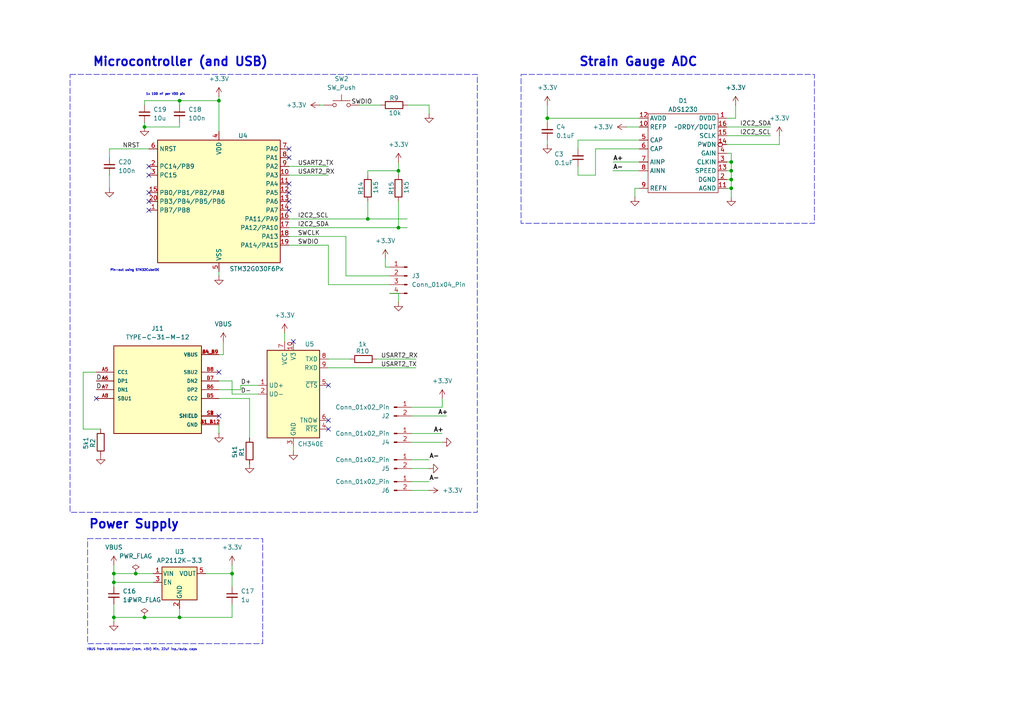
<source format=kicad_sch>
(kicad_sch (version 20231120) (generator "eeschema") (generator_version "8.0")
  (paper "A4")
  (title_block (rev "0.1"))
  (lib_symbols
    (symbol "Analog_ADC:ADS1230"
      (property "Reference" "D1" (at 10.16 24.13 0))
      (property "Value" "ADS1230" (at 10.16 21.59 0))
      (symbol "ADS1230_0_1"
        (rectangle (start 0 20.32) (end 20.32 -2.54))
      )
      (symbol "ADS1230_1_1"
        (pin power_in line (at 22.86 19.05 180) (length 2.54) (name "DVDD") (number "1"))
        (pin input line (at -2.54 16.51 0) (length 2.54) (name "REFP") (number "10"))
        (pin input line (at 22.86 -1.27 180) (length 2.54) (name "AGND") (number "11"))
        (pin power_in line (at -2.54 19.05 0) (length 2.54) (name "AVDD") (number "12"))
        (pin input line (at 22.86 3.81 180) (length 2.54) (name "SPEED") (number "13"))
        (pin input inverted (at 22.86 11.43 180) (length 2.54) (name "PWDN") (number "14"))
        (pin input line (at 22.86 13.97 180) (length 2.54) (name "SCLK") (number "15"))
        (pin input line (at 22.86 16.51 180) (length 2.54) (name "~DRDY/DOUT") (number "16"))
        (pin input line (at 22.86 1.27 180) (length 2.54) (name "DGND") (number "2"))
        (pin input line (at 22.86 6.35 180) (length 2.54) (name "CLKIN") (number "3"))
        (pin input line (at 22.86 8.89 180) (length 2.54) (name "GAIN") (number "4"))
        (pin input line (at -2.54 12.7 0) (length 2.54) (name "CAP") (number "5"))
        (pin input line (at -2.54 10.16 0) (length 2.54) (name "CAP") (number "6"))
        (pin input line (at -2.54 6.35 0) (length 2.54) (name "AINP") (number "7"))
        (pin input line (at -2.54 3.81 0) (length 2.54) (name "AINN") (number "8"))
        (pin input line (at -2.54 -1.27 0) (length 2.54) (name "REFN") (number "9"))
      )
    )
    (symbol "Connector:Conn_01x02_Pin" (pin_names (offset 1.016) hide)
      (property "Reference" "J" (at 0 2.54 0))
      (property "Value" "Conn_01x02_Pin" (at 0 -5.08 0))
      (symbol "Conn_01x02_Pin_1_1"
        (polyline (pts (xy 1.27 -2.54) (xy 0.8636 -2.54)) (stroke (width 0.1524)))
        (polyline (pts (xy 1.27 0) (xy 0.8636 0)) (stroke (width 0.1524)))
        (rectangle (start 0.8636 -2.413) (end 0 -2.667) (stroke (width 0.1524)) (fill (type outline)))
        (rectangle (start 0.8636 0.127) (end 0 -0.127) (stroke (width 0.1524)) (fill (type outline)))
        (pin passive line (at 5.08 0 180) (length 3.81) (name "Pin_1") (number "1"))
        (pin passive line (at 5.08 -2.54 180) (length 3.81) (name "Pin_2") (number "2"))
      )
    )
    (symbol "Connector:Conn_01x04_Pin" (pin_names (offset 1.016) hide)
      (property "Reference" "J" (at 0 5.08 0))
      (property "Value" "Conn_01x04_Pin" (at 0 -7.62 0))
      (symbol "Conn_01x04_Pin_1_1"
        (polyline (pts (xy 1.27 -5.08) (xy 0.8636 -5.08)) (stroke (width 0.1524)))
        (polyline (pts (xy 1.27 -2.54) (xy 0.8636 -2.54)) (stroke (width 0.1524)))
        (polyline (pts (xy 1.27 0) (xy 0.8636 0)) (stroke (width 0.1524)))
        (polyline (pts (xy 1.27 2.54) (xy 0.8636 2.54)) (stroke (width 0.1524)))
        (rectangle (start 0.8636 -4.953) (end 0 -5.207) (stroke (width 0.1524)) (fill (type outline)))
        (rectangle (start 0.8636 -2.413) (end 0 -2.667) (stroke (width 0.1524)) (fill (type outline)))
        (rectangle (start 0.8636 0.127) (end 0 -0.127) (stroke (width 0.1524)) (fill (type outline)))
        (rectangle (start 0.8636 2.667) (end 0 2.413) (stroke (width 0.1524)) (fill (type outline)))
        (pin passive line (at 5.08 2.54 180) (length 3.81) (name "Pin_1") (number "1"))
        (pin passive line (at 5.08 0 180) (length 3.81) (name "Pin_2") (number "2"))
        (pin passive line (at 5.08 -2.54 180) (length 3.81) (name "Pin_3") (number "3"))
        (pin passive line (at 5.08 -5.08 180) (length 3.81) (name "Pin_4") (number "4"))
      )
    )
    (symbol "Device:C_Small" (pin_numbers hide) (pin_names (offset 0.254) hide)
      (property "Reference" "C" (at 0.254 1.778 0))
      (property "Value" "C_Small" (at 0.254 -2.032 0))
      (symbol "C_Small_0_1"
        (polyline (pts (xy -1.524 -0.508) (xy 1.524 -0.508)) (stroke (width 0.3302)))
        (polyline (pts (xy -1.524 0.508) (xy 1.524 0.508)) (stroke (width 0.3048)))
      )
      (symbol "C_Small_1_1"
        (pin passive line (at 0 2.54 270) (length 2.032) (name "~") (number "1"))
        (pin passive line (at 0 -2.54 90) (length 2.032) (name "~") (number "2"))
      )
    )
    (symbol "Device:R" (pin_numbers hide) (pin_names (offset 0))
      (property "Reference" "R" (at 2.032 0 90))
      (property "Value" "R" (at 0 0 90))
      (symbol "R_0_1"
        (rectangle (start -1.016 -2.54) (end 1.016 2.54) (stroke (width 0.254)))
      )
      (symbol "R_1_1"
        (pin passive line (at 0 3.81 270) (length 1.27) (name "~") (number "1"))
        (pin passive line (at 0 -3.81 90) (length 1.27) (name "~") (number "2"))
      )
    )
    (symbol "Interface_USB:CH340E"
      (property "Reference" "U" (at -5.08 13.97 0))
      (property "Value" "CH340E" (at 1.27 13.97 0))
      (symbol "CH340E_0_1"
        (rectangle (start -7.62 12.7) (end 7.62 -12.7) (stroke (width 0.254)) (fill (type background)))
      )
      (symbol "CH340E_1_1"
        (pin bidirectional line (at -10.16 2.54 0) (length 2.54) (name "UD+") (number "1"))
        (pin power_out line (at 0 15.24 270) (length 2.54) (name "V3") (number "10"))
        (pin bidirectional line (at -10.16 0 0) (length 2.54) (name "UD-") (number "2"))
        (pin power_in line (at 0 -15.24 90) (length 2.54) (name "GND") (number "3"))
        (pin output line (at 10.16 -10.16 180) (length 2.54) (name "~{RTS}") (number "4"))
        (pin input line (at 10.16 2.54 180) (length 2.54) (name "~{CTS}") (number "5"))
        (pin output line (at 10.16 -7.62 180) (length 2.54) (name "TNOW") (number "6"))
        (pin power_in line (at -2.54 15.24 270) (length 2.54) (name "VCC") (number "7"))
        (pin output line (at 10.16 10.16 180) (length 2.54) (name "TXD") (number "8"))
        (pin input line (at 10.16 7.62 180) (length 2.54) (name "RXD") (number "9"))
      )
    )
    (symbol "MCU_ST_STM32G0:STM32G030F6Px"
      (property "Reference" "U" (at -17.78 19.05 0))
      (property "Value" "STM32G030F6Px" (at 2.54 19.05 0))
      (symbol "STM32G030F6Px_0_1"
        (rectangle (start -17.78 -17.78) (end 17.78 17.78) (stroke (width 0.254)) (fill (type background)))
      )
      (symbol "STM32G030F6Px_1_1"
        (pin bidirectional line (at -20.32 -2.54 0) (length 2.54) (name "PB7/PB8") (number "1"))
        (pin bidirectional line (at 20.32 7.62 180) (length 2.54) (name "PA3") (number "10"))
        (pin bidirectional line (at 20.32 5.08 180) (length 2.54) (name "PA4") (number "11"))
        (pin bidirectional line (at 20.32 2.54 180) (length 2.54) (name "PA5") (number "12"))
        (pin bidirectional line (at 20.32 0 180) (length 2.54) (name "PA6") (number "13"))
        (pin bidirectional line (at 20.32 -2.54 180) (length 2.54) (name "PA7") (number "14"))
        (pin bidirectional line (at -20.32 2.54 0) (length 2.54) (name "PB0/PB1/PB2/PA8") (number "15"))
        (pin bidirectional line (at 20.32 -5.08 180) (length 2.54) (name "PA11/PA9") (number "16"))
        (pin bidirectional line (at 20.32 -7.62 180) (length 2.54) (name "PA12/PA10") (number "17"))
        (pin bidirectional line (at 20.32 -10.16 180) (length 2.54) (name "PA13") (number "18"))
        (pin bidirectional line (at 20.32 -12.7 180) (length 2.54) (name "PA14/PA15") (number "19"))
        (pin bidirectional line (at -20.32 10.16 0) (length 2.54) (name "PC14/PB9") (number "2"))
        (pin bidirectional line (at -20.32 0 0) (length 2.54) (name "PB3/PB4/PB5/PB6") (number "20"))
        (pin bidirectional line (at -20.32 7.62 0) (length 2.54) (name "PC15") (number "3"))
        (pin power_in line (at 0 20.32 270) (length 2.54) (name "VDD") (number "4"))
        (pin power_in line (at 0 -20.32 90) (length 2.54) (name "VSS") (number "5"))
        (pin input line (at -20.32 15.24 0) (length 2.54) (name "NRST") (number "6"))
        (pin bidirectional line (at 20.32 15.24 180) (length 2.54) (name "PA0") (number "7"))
        (pin bidirectional line (at 20.32 12.7 180) (length 2.54) (name "PA1") (number "8"))
        (pin bidirectional line (at 20.32 10.16 180) (length 2.54) (name "PA2") (number "9"))
      )
    )
    (symbol "Regulator_Linear:AP2112K-3.3" (pin_names (offset 0.254))
      (property "Reference" "U" (at -5.08 5.715 0))
      (property "Value" "AP2112K-3.3" (at 0 5.715 0))
      (symbol "AP2112K-3.3_0_1"
        (rectangle (start -5.08 4.445) (end 5.08 -5.08) (stroke (width 0.254)) (fill (type background)))
      )
      (symbol "AP2112K-3.3_1_1"
        (pin power_in line (at -7.62 2.54 0) (length 2.54) (name "VIN") (number "1"))
        (pin power_in line (at 0 -7.62 90) (length 2.54) (name "GND") (number "2"))
        (pin input line (at -7.62 0 0) (length 2.54) (name "EN") (number "3"))
        (pin no_connect line (at 5.08 0 180) (length 2.54) hide (name "NC") (number "4"))
        (pin power_out line (at 7.62 2.54 180) (length 2.54) (name "VOUT") (number "5"))
      )
    )
    (symbol "Switch:SW_Push" (pin_numbers hide) (pin_names (offset 1.016) hide)
      (property "Reference" "SW" (at 1.27 2.54 0))
      (property "Value" "SW_Push" (at 0 -1.524 0))
      (symbol "SW_Push_0_1"
        (circle (center -2.032 0) (radius 0.508))
        (polyline (pts (xy 0 1.27) (xy 0 3.048)))
        (polyline (pts (xy 2.54 1.27) (xy -2.54 1.27)))
        (circle (center 2.032 0) (radius 0.508))
        (pin passive line (at -5.08 0 0) (length 2.54) (name "1") (number "1"))
        (pin passive line (at 5.08 0 180) (length 2.54) (name "2") (number "2"))
      )
    )
    (symbol "TYPE-C-31-M-12:TYPE-C-31-M-12" (pin_names (offset 1.016))
      (property "Reference" "J" (at -12.7 13.462 0))
      (property "Value" "TYPE-C-31-M-12" (at -12.7 -13.462 0))
      (symbol "TYPE-C-31-M-12_0_0"
        (rectangle (start -12.7 -12.7) (end 12.7 12.7) (stroke (width 0.254)) (fill (type background)))
        (pin power_in line (at 17.78 -10.16 180) (length 5.08) (name "GND") (number "A1_B12"))
        (pin power_in line (at 17.78 10.16 180) (length 5.08) (name "VBUS") (number "A4_B9"))
        (pin bidirectional line (at -17.78 5.08 0) (length 5.08) (name "CC1") (number "A5"))
        (pin bidirectional line (at -17.78 2.54 0) (length 5.08) (name "DP1") (number "A6"))
        (pin bidirectional line (at -17.78 0 0) (length 5.08) (name "DN1") (number "A7"))
        (pin bidirectional line (at -17.78 -2.54 0) (length 5.08) (name "SBU1") (number "A8"))
        (pin power_in line (at 17.78 -10.16 180) (length 5.08) (name "GND") (number "B1_A12"))
        (pin power_in line (at 17.78 10.16 180) (length 5.08) (name "VBUS") (number "B4_A9"))
        (pin bidirectional line (at 17.78 -2.54 180) (length 5.08) (name "CC2") (number "B5"))
        (pin bidirectional line (at 17.78 0 180) (length 5.08) (name "DP2") (number "B6"))
        (pin bidirectional line (at 17.78 2.54 180) (length 5.08) (name "DN2") (number "B7"))
        (pin bidirectional line (at 17.78 5.08 180) (length 5.08) (name "SBU2") (number "B8"))
        (pin passive line (at 17.78 -7.62 180) (length 5.08) (name "SHIELD") (number "S1"))
        (pin passive line (at 17.78 -7.62 180) (length 5.08) (name "SHIELD") (number "S2"))
        (pin passive line (at 17.78 -7.62 180) (length 5.08) (name "SHIELD") (number "S3"))
        (pin passive line (at 17.78 -7.62 180) (length 5.08) (name "SHIELD") (number "S4"))
      )
    )
    (symbol "power:+3.3V" (power) (pin_numbers hide) (pin_names (offset 0) hide)
      (property "Value" "+3.3V" (at 0 3.556 0))
      (symbol "+3.3V_0_1"
        (polyline (pts (xy -0.762 1.27) (xy 0 2.54)))
        (polyline (pts (xy 0 0) (xy 0 2.54)))
        (polyline (pts (xy 0 2.54) (xy 0.762 1.27)))
      )
      (symbol "+3.3V_1_1"
        (pin power_in line (at 0 0 90) (length 0) (name "~") (number "1"))
      )
    )
    (symbol "power:+3.3VA" (power) (pin_numbers hide) (pin_names (offset 0) hide)
      (property "Value" "+3.3VA" (at 0 3.556 0))
      (symbol "+3.3VA_0_1"
        (polyline (pts (xy -0.762 1.27) (xy 0 2.54)))
        (polyline (pts (xy 0 0) (xy 0 2.54)))
        (polyline (pts (xy 0 2.54) (xy 0.762 1.27)))
      )
      (symbol "+3.3VA_1_1"
        (pin power_in line (at 0 0 90) (length 0) (name "~") (number "1"))
      )
    )
    (symbol "power:GND" (power) (pin_numbers hide) (pin_names (offset 0) hide)
      (property "Value" "GND" (at 0 -3.81 0))
      (symbol "GND_0_1"
        (polyline (pts (xy 0 0) (xy 0 -1.27) (xy 1.27 -1.27) (xy 0 -2.54) (xy -1.27 -1.27) (xy 0 -1.27)))
      )
      (symbol "GND_1_1"
        (pin power_in line (at 0 0 270) (length 0) (name "~") (number "1"))
      )
    )
    (symbol "power:PWR_FLAG" (power) (pin_numbers hide) (pin_names (offset 0) hide)
      (property "Value" "PWR_FLAG" (at 0 3.81 0))
      (symbol "PWR_FLAG_0_0"
        (pin power_out line (at 0 0 90) (length 0) (name "~") (number "1"))
      )
      (symbol "PWR_FLAG_0_1"
        (polyline (pts (xy 0 0) (xy 0 1.27) (xy -1.016 1.905) (xy 0 2.54) (xy 1.016 1.905) (xy 0 1.27)))
      )
    )
    (symbol "power:VBUS" (power) (pin_numbers hide) (pin_names (offset 0) hide)
      (property "Value" "VBUS" (at 0 3.556 0))
      (symbol "VBUS_0_1"
        (polyline (pts (xy -0.762 1.27) (xy 0 2.54)))
        (polyline (pts (xy 0 0) (xy 0 2.54)))
        (polyline (pts (xy 0 2.54) (xy 0.762 1.27)))
      )
      (symbol "VBUS_1_1"
        (pin power_in line (at 0 0 90) (length 0) (name "~") (number "1"))
      )
    )
  )
  (junction (at 212.09 46.99))
  (junction (at 212.09 52.07))
  (junction (at 33.02 179.07))
  (junction (at 212.09 49.53))
  (junction (at 115.57 66.04))
  (junction (at 33.02 166.37))
  (junction (at 33.02 168.91))
  (junction (at 52.07 179.07))
  (junction (at 63.5 29.21))
  (junction (at 39.37 166.37))
  (junction (at 212.09 54.61))
  (junction (at 158.75 34.29))
  (junction (at 67.31 166.37))
  (junction (at 106.68 63.5))
  (junction (at 41.91 179.07))
  (junction (at 41.91 36.83))
  (junction (at 115.57 49.53))
  (junction (at 52.07 29.21))
  (no_connect (at 83.82 55.88))
  (no_connect (at 63.5 107.95))
  (no_connect (at 83.82 43.18))
  (no_connect (at 43.18 50.8))
  (no_connect (at 43.18 60.96))
  (no_connect (at 95.25 121.92))
  (no_connect (at 83.82 60.96))
  (no_connect (at 43.18 55.88))
  (no_connect (at 83.82 45.72))
  (no_connect (at 85.09 99.06))
  (no_connect (at 27.94 115.57))
  (no_connect (at 83.82 53.34))
  (no_connect (at 43.18 48.26))
  (no_connect (at 95.25 124.46))
  (no_connect (at 43.18 58.42))
  (no_connect (at 95.25 111.76))
  (no_connect (at 63.5 120.65))
  (no_connect (at 83.82 58.42))
  (wire (pts (xy 100.33 80.01) (xy 100.33 68.58)))
  (wire (pts (xy 63.5 113.03) (xy 69.85 113.03)))
  (wire (pts (xy 52.07 30.48) (xy 52.07 29.21)))
  (wire (pts (xy 63.5 110.49) (xy 67.31 110.49)))
  (wire (pts (xy 83.82 50.8) (xy 95.25 50.8)))
  (wire (pts (xy 210.82 46.99) (xy 212.09 46.99)))
  (wire (pts (xy 95.25 82.55) (xy 95.25 71.12)))
  (wire (pts (xy 41.91 30.48) (xy 41.91 29.21)))
  (wire (pts (xy 33.02 168.91) (xy 33.02 170.18)))
  (wire (pts (xy 124.46 30.48) (xy 118.11 30.48)))
  (wire (pts (xy 69.85 113.03) (xy 69.85 111.76)))
  (wire (pts (xy 158.75 30.48) (xy 158.75 34.29)))
  (wire (pts (xy 64.77 102.87) (xy 64.77 99.06)))
  (wire (pts (xy 111.76 77.47) (xy 111.76 74.93)))
  (wire (pts (xy 83.82 48.26) (xy 95.25 48.26)))
  (wire (pts (xy 115.57 58.42) (xy 115.57 66.04)))
  (wire (pts (xy 63.5 78.74) (xy 63.5 80.01)))
  (wire (pts (xy 210.82 49.53) (xy 212.09 49.53)))
  (wire (pts (xy 172.72 43.18) (xy 172.72 50.8)))
  (wire (pts (xy 95.25 82.55) (xy 113.03 82.55)))
  (wire (pts (xy 104.14 30.48) (xy 110.49 30.48)))
  (wire (pts (xy 67.31 175.26) (xy 67.31 179.07)))
  (wire (pts (xy 119.38 142.24) (xy 124.46 142.24)))
  (wire (pts (xy 115.57 85.09) (xy 113.03 85.09)))
  (wire (pts (xy 41.91 35.56) (xy 41.91 36.83)))
  (wire (pts (xy 212.09 57.15) (xy 212.09 54.61)))
  (wire (pts (xy 31.75 50.8) (xy 31.75 54.61)))
  (wire (pts (xy 115.57 46.99) (xy 115.57 49.53)))
  (wire (pts (xy 41.91 29.21) (xy 52.07 29.21)))
  (wire (pts (xy 52.07 176.53) (xy 52.07 179.07)))
  (wire (pts (xy 119.38 118.11) (xy 128.27 118.11)))
  (wire (pts (xy 210.82 34.29) (xy 213.36 34.29)))
  (wire (pts (xy 52.07 29.21) (xy 63.5 29.21)))
  (wire (pts (xy 39.37 166.37) (xy 33.02 166.37)))
  (wire (pts (xy 63.5 27.94) (xy 63.5 29.21)))
  (wire (pts (xy 115.57 87.63) (xy 115.57 85.09)))
  (wire (pts (xy 67.31 110.49) (xy 67.31 114.3)))
  (wire (pts (xy 158.75 40.64) (xy 158.75 41.91)))
  (wire (pts (xy 181.61 36.83) (xy 185.42 36.83)))
  (wire (pts (xy 111.76 77.47) (xy 113.03 77.47)))
  (wire (pts (xy 41.91 36.83) (xy 52.07 36.83)))
  (wire (pts (xy 119.38 128.27) (xy 128.27 128.27)))
  (wire (pts (xy 44.45 166.37) (xy 39.37 166.37)))
  (wire (pts (xy 52.07 179.07) (xy 67.31 179.07)))
  (wire (pts (xy 33.02 166.37) (xy 33.02 168.91)))
  (wire (pts (xy 210.82 41.91) (xy 226.06 41.91)))
  (wire (pts (xy 52.07 35.56) (xy 52.07 36.83)))
  (wire (pts (xy 184.15 57.15) (xy 184.15 54.61)))
  (wire (pts (xy 124.46 33.02) (xy 124.46 30.48)))
  (wire (pts (xy 119.38 120.65) (xy 129.54 120.65)))
  (wire (pts (xy 177.8 46.99) (xy 185.42 46.99)))
  (wire (pts (xy 69.85 111.76) (xy 74.93 111.76)))
  (wire (pts (xy 63.5 123.19) (xy 63.5 125.73)))
  (wire (pts (xy 226.06 39.37) (xy 226.06 41.91)))
  (wire (pts (xy 67.31 166.37) (xy 67.31 170.18)))
  (wire (pts (xy 158.75 34.29) (xy 158.75 35.56)))
  (wire (pts (xy 158.75 34.29) (xy 185.42 34.29)))
  (wire (pts (xy 115.57 66.04) (xy 118.11 66.04)))
  (wire (pts (xy 92.71 30.48) (xy 93.98 30.48)))
  (wire (pts (xy 172.72 43.18) (xy 185.42 43.18)))
  (wire (pts (xy 212.09 44.45) (xy 210.82 44.45)))
  (wire (pts (xy 95.25 106.68) (xy 120.65 106.68)))
  (wire (pts (xy 63.5 115.57) (xy 72.39 115.57)))
  (wire (pts (xy 33.02 179.07) (xy 41.91 179.07)))
  (wire (pts (xy 82.55 96.52) (xy 82.55 99.06)))
  (wire (pts (xy 210.82 52.07) (xy 212.09 52.07)))
  (wire (pts (xy 95.25 104.14) (xy 101.6 104.14)))
  (wire (pts (xy 106.68 49.53) (xy 115.57 49.53)))
  (wire (pts (xy 27.94 107.95) (xy 24.13 107.95)))
  (wire (pts (xy 24.13 107.95) (xy 24.13 124.46)))
  (wire (pts (xy 59.69 166.37) (xy 67.31 166.37)))
  (wire (pts (xy 67.31 163.83) (xy 67.31 166.37)))
  (wire (pts (xy 85.09 129.54) (xy 85.09 130.81)))
  (wire (pts (xy 210.82 36.83) (xy 223.52 36.83)))
  (wire (pts (xy 33.02 180.34) (xy 33.02 179.07)))
  (wire (pts (xy 210.82 54.61) (xy 212.09 54.61)))
  (wire (pts (xy 212.09 49.53) (xy 212.09 46.99)))
  (wire (pts (xy 41.91 179.07) (xy 52.07 179.07)))
  (wire (pts (xy 106.68 50.8) (xy 106.68 49.53)))
  (wire (pts (xy 119.38 133.35) (xy 124.46 133.35)))
  (wire (pts (xy 33.02 168.91) (xy 44.45 168.91)))
  (wire (pts (xy 83.82 63.5) (xy 106.68 63.5)))
  (wire (pts (xy 212.09 52.07) (xy 212.09 49.53)))
  (wire (pts (xy 95.25 71.12) (xy 83.82 71.12)))
  (wire (pts (xy 31.75 43.18) (xy 43.18 43.18)))
  (wire (pts (xy 72.39 115.57) (xy 72.39 127)))
  (wire (pts (xy 167.64 43.18) (xy 167.64 40.64)))
  (wire (pts (xy 33.02 163.83) (xy 33.02 166.37)))
  (wire (pts (xy 83.82 66.04) (xy 115.57 66.04)))
  (wire (pts (xy 100.33 80.01) (xy 113.03 80.01)))
  (wire (pts (xy 63.5 102.87) (xy 64.77 102.87)))
  (wire (pts (xy 63.5 29.21) (xy 63.5 38.1)))
  (wire (pts (xy 119.38 125.73) (xy 128.27 125.73)))
  (wire (pts (xy 177.8 49.53) (xy 185.42 49.53)))
  (wire (pts (xy 172.72 50.8) (xy 167.64 50.8)))
  (wire (pts (xy 167.64 40.64) (xy 185.42 40.64)))
  (wire (pts (xy 119.38 135.89) (xy 124.46 135.89)))
  (wire (pts (xy 109.22 104.14) (xy 120.65 104.14)))
  (wire (pts (xy 213.36 34.29) (xy 213.36 30.48)))
  (wire (pts (xy 115.57 49.53) (xy 115.57 50.8)))
  (wire (pts (xy 167.64 50.8) (xy 167.64 48.26)))
  (wire (pts (xy 119.38 139.7) (xy 124.46 139.7)))
  (wire (pts (xy 24.13 124.46) (xy 29.21 124.46)))
  (wire (pts (xy 33.02 175.26) (xy 33.02 179.07)))
  (wire (pts (xy 184.15 54.61) (xy 185.42 54.61)))
  (wire (pts (xy 212.09 54.61) (xy 212.09 52.07)))
  (wire (pts (xy 212.09 46.99) (xy 212.09 44.45)))
  (wire (pts (xy 100.33 68.58) (xy 83.82 68.58)))
  (wire (pts (xy 31.75 45.72) (xy 31.75 43.18)))
  (wire (pts (xy 210.82 39.37) (xy 223.52 39.37)))
  (wire (pts (xy 67.31 114.3) (xy 74.93 114.3)))
  (wire (pts (xy 128.27 115.57) (xy 128.27 118.11)))
  (wire (pts (xy 106.68 63.5) (xy 118.11 63.5)))
  (wire (pts (xy 106.68 58.42) (xy 106.68 63.5)))
  (rectangle (start 151.13 21.59) (end 236.22 64.77) (stroke (width 0) (type dash)))
  (rectangle (start 20.32 21.59) (end 138.43 148.59) (stroke (width 0) (type dash)))
  (rectangle (start 25.4 156.21) (end 76.2 186.69) (stroke (width 0) (type dash)))
  (text "1x 100 nF per VDD pin" (at 48.006 27.432 0) (effects (font (size 0.635 0.635))))
  (text "Microcontroller (and USB)" (at 52.324 18.034 0) (effects (font (size 2.54 2.54) (thickness 0.508) (bold yes))))
  (text "Strain Gauge ADC" (at 185.166 18.034 0) (effects (font (size 2.54 2.54) (thickness 0.508) (bold yes))))
  (text "VBUS from USB connector (nom. +5V) Min. 22uF inp./outp. caps " (at 41.402 188.468 0) (effects (font (size 0.635 0.635) (thickness 0.127) (bold yes))))
  (text "Power Supply" (at 38.862 152.146 0) (effects (font (size 2.54 2.54) (thickness 0.508) (bold yes))))
  (text "Pin-out using STM32CubeIDE" (at 39.116 78.486 0) (effects (font (size 0.635 0.635))))
  (label "SWCLK" (at 86.36 68.58 0))
  (label "SWDIO" (at 86.36 71.12 0))
  (label "I2C2_SCL" (at 86.36 63.5 0))
  (label "I2C2_SCL" (at 214.63 39.37 0))
  (label "A+" (at 177.8 46.99 0) (effects (font (bold yes))))
  (label "I2C2_SDA" (at 86.36 66.04 0))
  (label "USART2_RX" (at 110.49 104.14 0))
  (label "D-" (at 69.85 114.3 0))
  (label "D+" (at 27.94 110.49 0))
  (label "D-" (at 27.94 113.03 0))
  (label "SWDIO" (at 107.95 30.48 180))
  (label "USART2_TX" (at 86.36 48.26 0))
  (label "I2C2_SDA" (at 214.63 36.83 0))
  (label "A+" (at 125.73 125.73 0) (effects (font (bold yes))))
  (label "A-" (at 124.46 139.7 0) (effects (font (bold yes))))
  (label "A+" (at 127 120.65 0) (effects (font (bold yes))))
  (label "USART2_TX" (at 110.49 106.68 0))
  (label "A-" (at 177.8 49.53 0) (effects (font (bold yes))))
  (label "USART2_RX" (at 86.36 50.8 0))
  (label "NRST" (at 35.56 43.18 0))
  (label "A-" (at 124.46 133.35 0) (effects (font (bold yes))))
  (label "D+" (at 69.85 111.76 0))
  (symbol (lib_id "Device:R") (at 29.21 128.27 0) (unit 1)
    (property "Reference" "R2" (at 26.924 128.524 90))
    (property "Value" "5k1" (at 24.892 128.524 90))
    (property "Footprint" "Resistor_SMD:R_0603_1608Metric" (effects (hide yes)))
    (property "Description" "Resistor" (effects (hide yes)))
  )
  (symbol (lib_id "power:GND") (at 63.5 80.01 0) (unit 1)
    (property "Reference" "#PWR029" (effects (hide yes)))
    (property "Value" "GND" (effects (hide yes)))
    (property "Description" "Power symbol creates a global label with name \"GND\" , ground" (effects (hide yes)))
  )
  (symbol (lib_id "power:GND") (at 63.5 125.73 0) (mirror y) (unit 1)
    (property "Reference" "#PWR06" (effects (hide yes)))
    (property "Value" "GND" (effects (hide yes)))
    (property "Description" "Power symbol creates a global label with name \"GND\" , ground" (effects (hide yes)))
  )
  (symbol (lib_id "power:VBUS") (at 64.77 99.06 0) (mirror y) (unit 1)
    (property "Reference" "#PWR07" (effects (hide yes)))
    (property "Value" "VBUS" (at 64.77 93.98 0))
    (property "Description" "Power symbol creates a global label with name \"VBUS\"" (effects (hide yes)))
  )
  (symbol (lib_id "Switch:SW_Push") (at 99.06 30.48 0) (mirror y) (unit 1)
    (property "Reference" "SW2" (at 99.06 22.86 0))
    (property "Value" "SW_Push" (at 99.06 25.4 0))
    (property "Footprint" "Button_Switch_SMD:SW_SPST_B3U-1000P-B" (effects (hide yes)))
    (property "Description" "Push button switch, generic, two pins" (effects (hide yes)))
  )
  (symbol (lib_id "Connector:Conn_01x02_Pin") (at 114.3 139.7 0) (unit 1)
    (property "Reference" "J6" (at 113.03 142.2401 0) (effects (justify right)))
    (property "Value" "Conn_01x02_Pin" (at 113.03 139.7001 0) (effects (justify right)))
    (property "Footprint" "Connector_PinHeader_1.00mm:PinHeader_1x02_P1.00mm_Vertical" (effects (hide yes)))
    (property "Description" "Generic connector, single row, 01x02, script generated" (effects (hide yes)))
  )
  (symbol (lib_id "Device:C_Small") (at 33.02 172.72 0) (unit 1)
    (property "Reference" "C16" (at 35.56 171.4562 0) (effects (justify left)))
    (property "Value" "1u" (at 35.56 173.9962 0) (effects (justify left)))
    (property "Footprint" "Capacitor_SMD:C_0805_2012Metric" (effects (hide yes)))
    (property "Description" "Unpolarized capacitor, small symbol" (effects (hide yes)))
  )
  (symbol (lib_id "power:+3.3VA") (at 128.27 115.57 0) (unit 1)
    (property "Reference" "#PWR020" (effects (hide yes)))
    (property "Value" "+3.3V" (at 128.27 110.49 0))
    (property "Description" "Power symbol creates a global label with name \"+3.3VA\"" (effects (hide yes)))
  )
  (symbol (lib_id "power:PWR_FLAG") (at 39.37 166.37 0) (unit 1)
    (property "Reference" "#FLG01" (effects (hide yes)))
    (property "Value" "PWR_FLAG" (at 39.37 161.29 0))
    (property "Description" "Special symbol for telling ERC where power comes from" (effects (hide yes)))
  )
  (symbol (lib_id "power:GND") (at 41.91 36.83 0) (unit 1)
    (property "Reference" "#PWR031" (effects (hide yes)))
    (property "Value" "GND" (effects (hide yes)))
    (property "Description" "Power symbol creates a global label with name \"GND\" , ground" (effects (hide yes)))
  )
  (symbol (lib_id "Device:R") (at 72.39 130.81 0) (unit 1)
    (property "Reference" "R1" (at 70.104 131.064 90))
    (property "Value" "5k1" (at 68.072 131.064 90))
    (property "Footprint" "Resistor_SMD:R_0603_1608Metric" (effects (hide yes)))
    (property "Description" "Resistor" (effects (hide yes)))
  )
  (symbol (lib_id "power:GND") (at 158.75 41.91 0) (unit 1)
    (property "Reference" "#PWR04" (effects (hide yes)))
    (property "Value" "GND" (effects (hide yes)))
    (property "Description" "Power symbol creates a global label with name \"GND\" , ground" (effects (hide yes)))
  )
  (symbol (lib_id "power:GND") (at 124.46 33.02 0) (unit 1)
    (property "Reference" "#PWR03" (effects (hide yes)))
    (property "Value" "GND" (effects (hide yes)))
    (property "Description" "Power symbol creates a global label with name \"GND\" , ground" (effects (hide yes)))
  )
  (symbol (lib_id "Device:C_Small") (at 52.07 33.02 0) (unit 1)
    (property "Reference" "C18" (at 54.61 31.7562 0) (effects (justify left)))
    (property "Value" "100n" (at 54.61 34.2962 0) (effects (justify left)))
    (property "Footprint" "Capacitor_SMD:C_0603_1608Metric" (effects (hide yes)))
    (property "Description" "Unpolarized capacitor, small symbol" (effects (hide yes)))
  )
  (symbol (lib_id "Device:R") (at 114.3 30.48 90) (unit 1)
    (property "Reference" "R9" (at 114.3 28.448 90))
    (property "Value" "10k" (at 114.554 32.766 90))
    (property "Footprint" "Resistor_SMD:R_0603_1608Metric" (effects (hide yes)))
    (property "Description" "Resistor" (effects (hide yes)))
  )
  (symbol (lib_id "power:+3.3V") (at 115.57 46.99 0) (unit 1)
    (property "Reference" "#PWR022" (effects (hide yes)))
    (property "Value" "+3.3V" (at 115.57 41.91 0))
    (property "Description" "Power symbol creates a global label with name \"+3.3V\"" (effects (hide yes)))
  )
  (symbol (lib_id "power:GND") (at 85.09 130.81 0) (unit 1)
    (property "Reference" "#PWR010" (effects (hide yes)))
    (property "Value" "GND" (effects (hide yes)))
    (property "Description" "Power symbol creates a global label with name \"GND\" , ground" (effects (hide yes)))
  )
  (symbol (lib_id "power:+3.3V") (at 226.06 39.37 0) (unit 1)
    (property "Reference" "#PWR035" (effects (hide yes)))
    (property "Value" "+3.3V" (at 226.06 34.29 0))
    (property "Description" "Power symbol creates a global label with name \"+3.3V\"" (effects (hide yes)))
  )
  (symbol (lib_id "power:+3.3V") (at 111.76 74.93 0) (unit 1)
    (property "Reference" "#PWR033" (effects (hide yes)))
    (property "Value" "+3.3V" (at 111.76 69.85 0))
    (property "Description" "Power symbol creates a global label with name \"+3.3V\"" (effects (hide yes)))
  )
  (symbol (lib_id "power:GND") (at 128.27 128.27 90) (unit 1)
    (property "Reference" "#PWR021" (effects (hide yes)))
    (property "Value" "GND" (effects (hide yes)))
    (property "Description" "Power symbol creates a global label with name \"GND\" , ground" (effects (hide yes)))
  )
  (symbol (lib_id "Connector:Conn_01x02_Pin") (at 114.3 133.35 0) (unit 1)
    (property "Reference" "J5" (at 113.03 135.8901 0) (effects (justify right)))
    (property "Value" "Conn_01x02_Pin" (at 113.03 133.3501 0) (effects (justify right)))
    (property "Footprint" "Connector_PinHeader_1.00mm:PinHeader_1x02_P1.00mm_Vertical" (effects (hide yes)))
    (property "Description" "Generic connector, single row, 01x02, script generated" (effects (hide yes)))
  )
  (symbol (lib_id "power:PWR_FLAG") (at 41.91 179.07 0) (unit 1)
    (property "Reference" "#FLG02" (effects (hide yes)))
    (property "Value" "PWR_FLAG" (at 41.91 173.99 0))
    (property "Description" "Special symbol for telling ERC where power comes from" (effects (hide yes)))
  )
  (symbol (lib_id "Regulator_Linear:AP2112K-3.3") (at 52.07 168.91 0) (unit 1)
    (property "Reference" "U3" (at 52.07 160.02 0))
    (property "Value" "AP2112K-3.3" (at 52.07 162.56 0))
    (property "Footprint" "Package_TO_SOT_SMD:SOT-23-5" (effects (hide yes)))
    (property "Datasheet" "https://www.diodes.com/assets/Datasheets/AP2112.pdf" (effects (hide yes)))
    (property "Description" "600mA low dropout linear regulator, with enable pin, 3.8V-6V input voltage range, 3.3V fixed positive output, SOT-23-5" (effects (hide yes)))
  )
  (symbol (lib_id "Analog_ADC:ADS1230") (at 187.96 53.34 0) (unit 1)
    (property "Reference" "D1" (at 198.12 29.21 0))
    (property "Value" "ADS1230" (at 198.12 31.75 0))
    (property "Footprint" "Package_SO:SSOP-16_4.4x5.2mm_P0.65mm" (effects (hide yes)))
  )
  (symbol (lib_id "power:+3.3V") (at 92.71 30.48 90) (unit 1)
    (property "Reference" "#PWR013" (effects (hide yes)))
    (property "Value" "+3.3V" (at 88.9 30.4799 90) (effects (justify left)))
    (property "Description" "Power symbol creates a global label with name \"+3.3V\"" (effects (hide yes)))
  )
  (symbol (lib_id "TYPE-C-31-M-12:TYPE-C-31-M-12") (at 45.72 113.03 0) (unit 1)
    (property "Reference" "J11" (at 45.72 95.25 0))
    (property "Value" "TYPE-C-31-M-12" (at 45.72 97.79 0))
    (property "Footprint" "SEN-12650(1):HRO_TYPE-C-31-M-12" (effects (hide yes)))
    (property "MF" "HRO Electronics Co., Ltd." (effects (hide yes)))
    (property "MAXIMUM_PACKAGE_HEIGHT" "3.26 mm" (effects (hide yes)))
    (property "Package" "Package" (effects (hide yes)))
    (property "Price" "None" (effects (hide yes)))
    (property "Check_prices" "https://www.snapeda.com/parts/TYPE-C-31-M-12/HRO+Electronics+Co.%252C+Ltd./view-part/?ref=eda" (effects (hide yes)))
    (property "STANDARD" "Manufacturer Recommendations" (effects (hide yes)))
    (property "PARTREV" "2020.12.08" (effects (hide yes)))
    (property "SnapEDA_Link" "https://www.snapeda.com/parts/TYPE-C-31-M-12/HRO+Electronics+Co.%252C+Ltd./view-part/?ref=snap" (effects (hide yes)))
    (property "MP" "TYPE-C-31-M-12" (effects (hide yes)))
    (property "Description_1" "\nUSB Connectors 24 Receptacle 1 8.94*7.3mm RoHS\n" (effects (hide yes)))
    (property "SNAPEDA_PN" "TYPE-C-31-M-12" (effects (hide yes)))
    (property "Availability" "Not in stock" (effects (hide yes)))
    (property "MANUFACTURER" "HRO Electronics Co., Ltd." (effects (hide yes)))
  )
  (symbol (lib_id "power:GND") (at 33.02 180.34 0) (unit 1)
    (property "Reference" "#PWR024" (effects (hide yes)))
    (property "Value" "GND" (effects (hide yes)))
    (property "Description" "Power symbol creates a global label with name \"GND\" , ground" (effects (hide yes)))
  )
  (symbol (lib_id "MCU_ST_STM32G0:STM32G030F6Px") (at 63.5 58.42 0) (unit 1)
    (property "Reference" "U4" (at 69.088 39.37 0) (effects (justify left)))
    (property "Value" "STM32G030F6Px" (at 66.548 77.978 0) (effects (justify left)))
    (property "Footprint" "Package_SO:TSSOP-20_4.4x6.5mm_P0.65mm" (effects (hide yes)))
    (property "Datasheet" "https://www.st.com/resource/en/datasheet/stm32g030f6.pdf" (effects (hide yes)))
    (property "Description" "STMicroelectronics Arm Cortex-M0+ MCU, 32KB flash, 8KB RAM, 64 MHz, 2.0-3.6V, 17 GPIO, TSSOP20" (effects (hide yes)))
  )
  (symbol (lib_id "Device:C_Small") (at 158.75 38.1 180) (unit 1)
    (property "Reference" "C4" (at 161.29 36.8235 0) (effects (justify right)))
    (property "Value" "0.1uF" (at 161.29 39.3635 0) (effects (justify right)))
    (property "Footprint" "Capacitor_SMD:C_0603_1608Metric" (effects (hide yes)))
    (property "Description" "Unpolarized capacitor, small symbol" (effects (hide yes)))
  )
  (symbol (lib_id "Device:C_Small") (at 167.64 45.72 180) (unit 1)
    (property "Reference" "C3" (at 160.782 44.704 0) (effects (justify right)))
    (property "Value" "0.1uF" (at 160.782 47.244 0) (effects (justify right)))
    (property "Footprint" "Capacitor_SMD:C_0603_1608Metric" (effects (hide yes)))
    (property "Description" "Unpolarized capacitor, small symbol" (effects (hide yes)))
  )
  (symbol (lib_id "power:GND") (at 124.46 135.89 90) (unit 1)
    (property "Reference" "#PWR018" (effects (hide yes)))
    (property "Value" "GND" (effects (hide yes)))
    (property "Description" "Power symbol creates a global label with name \"GND\" , ground" (effects (hide yes)))
  )
  (symbol (lib_id "power:+3.3V") (at 63.5 27.94 0) (unit 1)
    (property "Reference" "#PWR030" (effects (hide yes)))
    (property "Value" "+3.3V" (at 63.5 22.86 0))
    (property "Description" "Power symbol creates a global label with name \"+3.3V\"" (effects (hide yes)))
  )
  (symbol (lib_id "power:+3.3V") (at 181.61 36.83 90) (unit 1)
    (property "Reference" "#PWR05" (effects (hide yes)))
    (property "Value" "+3.3V" (at 177.8 36.8299 90) (effects (justify left)))
    (property "Description" "Power symbol creates a global label with name \"+3.3V\"" (effects (hide yes)))
  )
  (symbol (lib_id "power:GND") (at 184.15 57.15 0) (unit 1)
    (property "Reference" "#PWR01" (effects (hide yes)))
    (property "Value" "GND" (effects (hide yes)))
    (property "Description" "Power symbol creates a global label with name \"GND\" , ground" (effects (hide yes)))
  )
  (symbol (lib_id "power:GND") (at 29.21 132.08 0) (unit 1)
    (property "Reference" "#PWR027" (effects (hide yes)))
    (property "Value" "GND" (effects (hide yes)))
    (property "Description" "Power symbol creates a global label with name \"GND\" , ground" (effects (hide yes)))
  )
  (symbol (lib_id "Device:C_Small") (at 67.31 172.72 0) (unit 1)
    (property "Reference" "C17" (at 69.85 171.4562 0) (effects (justify left)))
    (property "Value" "1u" (at 69.85 173.9962 0) (effects (justify left)))
    (property "Footprint" "Capacitor_SMD:C_0805_2012Metric" (effects (hide yes)))
    (property "Description" "Unpolarized capacitor, small symbol" (effects (hide yes)))
  )
  (symbol (lib_id "power:+3.3V") (at 158.75 30.48 0) (unit 1)
    (property "Reference" "#PWR015" (effects (hide yes)))
    (property "Value" "+3.3V" (at 158.75 25.4 0))
    (property "Description" "Power symbol creates a global label with name \"+3.3V\"" (effects (hide yes)))
  )
  (symbol (lib_id "power:VBUS") (at 33.02 163.83 0) (unit 1)
    (property "Reference" "#PWR025" (effects (hide yes)))
    (property "Value" "VBUS" (at 33.02 158.75 0))
    (property "Description" "Power symbol creates a global label with name \"VBUS\"" (effects (hide yes)))
  )
  (symbol (lib_id "Device:R") (at 106.68 54.61 180) (unit 1)
    (property "Reference" "R14" (at 104.648 54.61 90))
    (property "Value" "1k5" (at 108.966 54.356 90))
    (property "Footprint" "Resistor_SMD:R_0603_1608Metric" (effects (hide yes)))
    (property "Description" "Resistor" (effects (hide yes)))
  )
  (symbol (lib_id "power:+3.3V") (at 67.31 163.83 0) (unit 1)
    (property "Reference" "#PWR026" (effects (hide yes)))
    (property "Value" "+3.3V" (at 67.31 158.75 0))
    (property "Description" "Power symbol creates a global label with name \"+3.3V\"" (effects (hide yes)))
  )
  (symbol (lib_id "Device:R") (at 105.41 104.14 270) (unit 1)
    (property "Reference" "R10" (at 105.156 101.854 90))
    (property "Value" "1k" (at 105.156 99.822 90))
    (property "Footprint" "Resistor_SMD:R_0603_1608Metric" (effects (hide yes)))
    (property "Description" "Resistor" (effects (hide yes)))
  )
  (symbol (lib_id "power:GND") (at 31.75 54.61 0) (unit 1)
    (property "Reference" "#PWR032" (effects (hide yes)))
    (property "Value" "GND" (effects (hide yes)))
    (property "Description" "Power symbol creates a global label with name \"GND\" , ground" (effects (hide yes)))
  )
  (symbol (lib_id "Device:C_Small") (at 31.75 48.26 0) (unit 1)
    (property "Reference" "C20" (at 34.29 46.9962 0) (effects (justify left)))
    (property "Value" "100n" (at 34.29 49.5362 0) (effects (justify left)))
    (property "Footprint" "Capacitor_SMD:C_0603_1608Metric" (effects (hide yes)))
    (property "Description" "Unpolarized capacitor, small symbol" (effects (hide yes)))
  )
  (symbol (lib_id "power:GND") (at 115.57 87.63 0) (unit 1)
    (property "Reference" "#PWR034" (effects (hide yes)))
    (property "Value" "GND" (effects (hide yes)))
    (property "Description" "Power symbol creates a global label with name \"GND\" , ground" (effects (hide yes)))
  )
  (symbol (lib_id "Connector:Conn_01x04_Pin") (at 118.11 80.01 0) (mirror y) (unit 1)
    (property "Reference" "J3" (at 119.38 80.0099 0) (effects (justify right)))
    (property "Value" "Conn_01x04_Pin" (at 119.38 82.5499 0) (effects (justify right)))
    (property "Footprint" "Connector_PinHeader_1.00mm:PinHeader_1x04_P1.00mm_Vertical" (effects (hide yes)))
    (property "Description" "Generic connector, single row, 01x04, script generated" (effects (hide yes)))
  )
  (symbol (lib_id "Connector:Conn_01x02_Pin") (at 114.3 118.11 0) (unit 1)
    (property "Reference" "J2" (at 113.03 120.6501 0) (effects (justify right)))
    (property "Value" "Conn_01x02_Pin" (at 113.03 118.1101 0) (effects (justify right)))
    (property "Footprint" "Connector_PinHeader_1.00mm:PinHeader_1x02_P1.00mm_Vertical" (effects (hide yes)))
    (property "Description" "Generic connector, single row, 01x02, script generated" (effects (hide yes)))
  )
  (symbol (lib_id "Interface_USB:CH340E") (at 85.09 114.3 0) (unit 1)
    (property "Reference" "U5" (at 88.392 99.822 0) (effects (justify left)))
    (property "Value" "CH340E" (at 86.36 128.778 0) (effects (justify left)))
    (property "Footprint" "Package_SO:MSOP-10_3x3mm_P0.5mm" (effects (hide yes)))
    (property "Datasheet" "https://www.mpja.com/download/35227cpdata.pdf" (effects (hide yes)))
    (property "Description" "USB serial converter, UART, MSOP-10" (effects (hide yes)))
  )
  (symbol (lib_id "Connector:Conn_01x02_Pin") (at 114.3 125.73 0) (unit 1)
    (property "Reference" "J4" (at 113.03 128.2701 0) (effects (justify right)))
    (property "Value" "Conn_01x02_Pin" (at 113.03 125.7301 0) (effects (justify right)))
    (property "Footprint" "Connector_PinHeader_1.00mm:PinHeader_1x02_P1.00mm_Vertical" (effects (hide yes)))
    (property "Description" "Generic connector, single row, 01x02, script generated" (effects (hide yes)))
  )
  (symbol (lib_id "power:+3.3V") (at 213.36 30.48 0) (unit 1)
    (property "Reference" "#PWR014" (effects (hide yes)))
    (property "Value" "+3.3V" (at 213.36 25.4 0))
    (property "Description" "Power symbol creates a global label with name \"+3.3V\"" (effects (hide yes)))
  )
  (symbol (lib_id "power:+3.3VA") (at 124.46 142.24 270) (unit 1)
    (property "Reference" "#PWR019" (effects (hide yes)))
    (property "Value" "+3.3V" (at 128.27 142.2399 90) (effects (justify left)))
    (property "Description" "Power symbol creates a global label with name \"+3.3VA\"" (effects (hide yes)))
  )
  (symbol (lib_id "power:+3.3V") (at 82.55 96.52 0) (unit 1)
    (property "Reference" "#PWR011" (effects (hide yes)))
    (property "Value" "+3.3V" (at 82.55 91.44 0))
    (property "Description" "Power symbol creates a global label with name \"+3.3V\"" (effects (hide yes)))
  )
  (symbol (lib_id "Device:R") (at 115.57 54.61 180) (unit 1)
    (property "Reference" "R15" (at 113.538 54.61 90))
    (property "Value" "1k5" (at 117.856 54.356 90))
    (property "Footprint" "Resistor_SMD:R_0603_1608Metric" (effects (hide yes)))
    (property "Description" "Resistor" (effects (hide yes)))
  )
  (symbol (lib_id "power:GND") (at 72.39 134.62 0) (unit 1)
    (property "Reference" "#PWR023" (effects (hide yes)))
    (property "Value" "GND" (effects (hide yes)))
    (property "Description" "Power symbol creates a global label with name \"GND\" , ground" (effects (hide yes)))
  )
  (symbol (lib_id "power:GND") (at 212.09 57.15 0) (unit 1)
    (property "Reference" "#PWR02" (effects (hide yes)))
    (property "Value" "GND" (effects (hide yes)))
    (property "Description" "Power symbol creates a global label with name \"GND\" , ground" (effects (hide yes)))
  )
  (symbol (lib_id "Device:C_Small") (at 41.91 33.02 0) (unit 1)
    (property "Reference" "C19" (at 44.45 31.7562 0) (effects (justify left)))
    (property "Value" "10u" (at 44.45 34.2962 0) (effects (justify left)))
    (property "Footprint" "Capacitor_SMD:C_0603_1608Metric" (effects (hide yes)))
    (property "Description" "Unpolarized capacitor, small symbol" (effects (hide yes)))
  )
)
</source>
